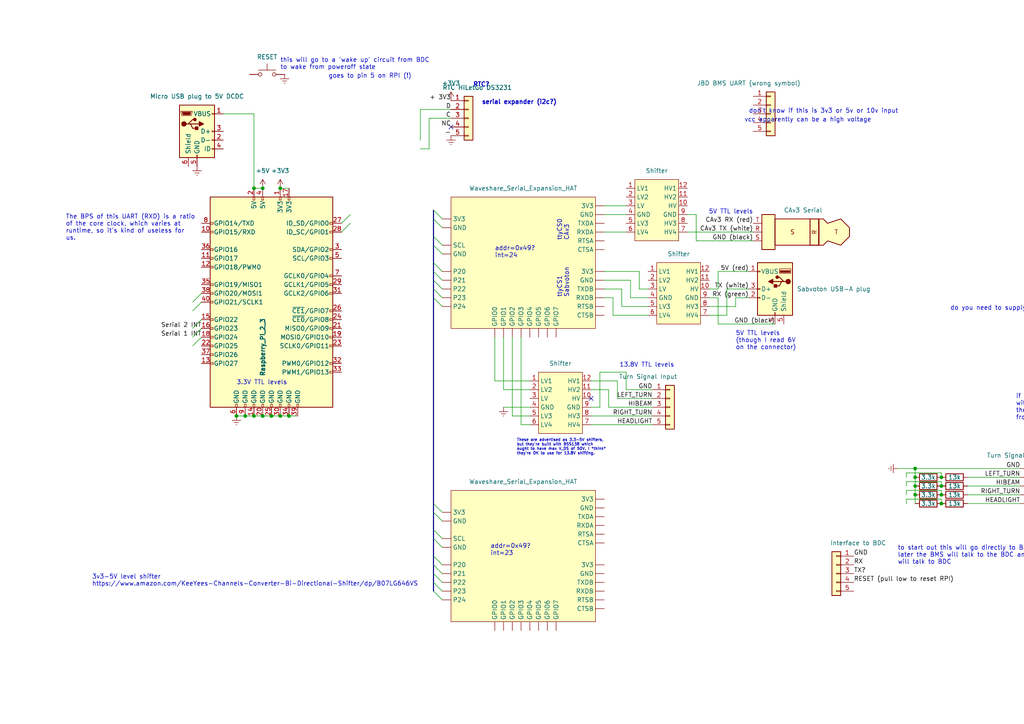
<source format=kicad_sch>
(kicad_sch (version 20211123) (generator eeschema)
  (paper "A4")
  (lib_symbols
    (symbol "Connector:AudioPlug3"
      (property "Reference" "J" (at 1.27 6.35 0))
      (property "Value" "AudioPlug3" (at 1.27 -6.35 0))
      (symbol "AudioPlug3_0_0"
        (text "R" (at -2.54 0 900) (effects (font (size 1.27 1.27))))
      )
      (symbol "AudioPlug3_0_1"
        (rectangle (start -3.81 3.81) (end -1.27 -3.81) (stroke (width 0.254)))
        (rectangle (start -1.27 -1.27) (end -1.27 -1.27))
      )
      (symbol "AudioPlug3_1_0"
        (text "S" (at 3.81 0 0) (effects (font (size 1.27 1.27))))
        (text "T" (at -8.89 0 0) (effects (font (size 1.27 1.27))))
      )
      (symbol "AudioPlug3_1_1"
        (rectangle (start -3.81 3.81) (end 8.89 -3.81) (stroke (width 0.254)) (fill (type background)))
        (polyline (pts (xy -3.81 3.81) (xy -5.08 3.81) (xy -6.35 2.54) (xy -10.16 3.81) (xy -12.7 1.27) (xy -12.7 -1.27) (xy -10.16 -3.81) (xy -6.35 -2.54) (xy -5.08 -3.81) (xy -3.81 -3.81) (xy -3.81 3.81)) (stroke (width 0.254)) (fill (type background)))
        (rectangle (start 12.7 5.08) (end 8.89 -5.08) (stroke (width 0.254)) (fill (type background)))
        (pin passive line (at 15.24 0 180) (length 2.54) (name "~") (number "R"))
        (pin passive line (at 15.24 2.54 180) (length 2.54) (name "~") (number "S"))
        (pin passive line (at 15.24 -2.54 180) (length 2.54) (name "~") (number "T"))
      )
    )
    (symbol "Connector:Raspberry_Pi_2_3" (pin_names (offset 1.016))
      (property "Reference" "J" (at -17.78 31.75 0))
      (property "Value" "Raspberry_Pi_2_3" (at 10.16 -31.75 0))
      (symbol "Raspberry_Pi_2_3_0_1"
        (rectangle (start -17.78 30.48) (end 17.78 -30.48) (stroke (width 0.254)) (fill (type background)))
      )
      (symbol "Raspberry_Pi_2_3_1_1"
        (rectangle (start -16.891 -17.526) (end -17.78 -18.034))
        (rectangle (start -16.891 -14.986) (end -17.78 -15.494))
        (rectangle (start -16.891 -12.446) (end -17.78 -12.954))
        (rectangle (start -16.891 -9.906) (end -17.78 -10.414))
        (rectangle (start -16.891 -7.366) (end -17.78 -7.874))
        (rectangle (start -16.891 -4.826) (end -17.78 -5.334))
        (rectangle (start -16.891 0.254) (end -17.78 -0.254))
        (rectangle (start -16.891 2.794) (end -17.78 2.286))
        (rectangle (start -16.891 5.334) (end -17.78 4.826))
        (rectangle (start -16.891 10.414) (end -17.78 9.906))
        (rectangle (start -16.891 12.954) (end -17.78 12.446))
        (rectangle (start -16.891 15.494) (end -17.78 14.986))
        (rectangle (start -16.891 20.574) (end -17.78 20.066))
        (rectangle (start -16.891 23.114) (end -17.78 22.606))
        (rectangle (start -10.414 -29.591) (end -9.906 -30.48))
        (rectangle (start -7.874 -29.591) (end -7.366 -30.48))
        (rectangle (start -5.334 -29.591) (end -4.826 -30.48))
        (rectangle (start -5.334 30.48) (end -4.826 29.591))
        (rectangle (start -2.794 -29.591) (end -2.286 -30.48))
        (rectangle (start -2.794 30.48) (end -2.286 29.591))
        (rectangle (start -0.254 -29.591) (end 0.254 -30.48))
        (rectangle (start 2.286 -29.591) (end 2.794 -30.48))
        (rectangle (start 2.286 30.48) (end 2.794 29.591))
        (rectangle (start 4.826 -29.591) (end 5.334 -30.48))
        (rectangle (start 4.826 30.48) (end 5.334 29.591))
        (rectangle (start 7.366 -29.591) (end 7.874 -30.48))
        (rectangle (start 17.78 -20.066) (end 16.891 -20.574))
        (rectangle (start 17.78 -17.526) (end 16.891 -18.034))
        (rectangle (start 17.78 -12.446) (end 16.891 -12.954))
        (rectangle (start 17.78 -9.906) (end 16.891 -10.414))
        (rectangle (start 17.78 -7.366) (end 16.891 -7.874))
        (rectangle (start 17.78 -4.826) (end 16.891 -5.334))
        (rectangle (start 17.78 -2.286) (end 16.891 -2.794))
        (rectangle (start 17.78 2.794) (end 16.891 2.286))
        (rectangle (start 17.78 5.334) (end 16.891 4.826))
        (rectangle (start 17.78 7.874) (end 16.891 7.366))
        (rectangle (start 17.78 12.954) (end 16.891 12.446))
        (rectangle (start 17.78 15.494) (end 16.891 14.986))
        (rectangle (start 17.78 20.574) (end 16.891 20.066))
        (rectangle (start 17.78 23.114) (end 16.891 22.606))
        (pin power_in line (at 2.54 33.02 270) (length 2.54) (name "3V3") (number "1"))
        (pin bidirectional line (at -20.32 20.32 0) (length 2.54) (name "GPIO15/RXD") (number "10"))
        (pin bidirectional line (at -20.32 12.7 0) (length 2.54) (name "GPIO17") (number "11"))
        (pin bidirectional line (at -20.32 10.16 0) (length 2.54) (name "GPIO18/PWM0") (number "12"))
        (pin bidirectional line (at -20.32 -17.78 0) (length 2.54) (name "GPIO27") (number "13"))
        (pin power_in line (at -5.08 -33.02 90) (length 2.54) (name "GND") (number "14"))
        (pin bidirectional line (at -20.32 -5.08 0) (length 2.54) (name "GPIO22") (number "15"))
        (pin bidirectional line (at -20.32 -7.62 0) (length 2.54) (name "GPIO23") (number "16"))
        (pin power_in line (at 5.08 33.02 270) (length 2.54) (name "3V3") (number "17"))
        (pin bidirectional line (at -20.32 -10.16 0) (length 2.54) (name "GPIO24") (number "18"))
        (pin bidirectional line (at 20.32 -10.16 180) (length 2.54) (name "MOSI0/GPIO10") (number "19"))
        (pin power_in line (at -5.08 33.02 270) (length 2.54) (name "5V") (number "2"))
        (pin power_in line (at -2.54 -33.02 90) (length 2.54) (name "GND") (number "20"))
        (pin bidirectional line (at 20.32 -7.62 180) (length 2.54) (name "MISO0/GPIO9") (number "21"))
        (pin bidirectional line (at -20.32 -12.7 0) (length 2.54) (name "GPIO25") (number "22"))
        (pin bidirectional line (at 20.32 -12.7 180) (length 2.54) (name "SCLK0/GPIO11") (number "23"))
        (pin bidirectional line (at 20.32 -5.08 180) (length 2.54) (name "~{CE0}/GPIO8") (number "24"))
        (pin power_in line (at 0 -33.02 90) (length 2.54) (name "GND") (number "25"))
        (pin bidirectional line (at 20.32 -2.54 180) (length 2.54) (name "~{CE1}/GPIO7") (number "26"))
        (pin bidirectional line (at 20.32 22.86 180) (length 2.54) (name "ID_SD/GPIO0") (number "27"))
        (pin bidirectional line (at 20.32 20.32 180) (length 2.54) (name "ID_SC/GPIO1") (number "28"))
        (pin bidirectional line (at 20.32 5.08 180) (length 2.54) (name "GCLK1/GPIO5") (number "29"))
        (pin bidirectional line (at 20.32 15.24 180) (length 2.54) (name "SDA/GPIO2") (number "3"))
        (pin power_in line (at 2.54 -33.02 90) (length 2.54) (name "GND") (number "30"))
        (pin bidirectional line (at 20.32 2.54 180) (length 2.54) (name "GCLK2/GPIO6") (number "31"))
        (pin bidirectional line (at 20.32 -17.78 180) (length 2.54) (name "PWM0/GPIO12") (number "32"))
        (pin bidirectional line (at 20.32 -20.32 180) (length 2.54) (name "PWM1/GPIO13") (number "33"))
        (pin power_in line (at 5.08 -33.02 90) (length 2.54) (name "GND") (number "34"))
        (pin bidirectional line (at -20.32 5.08 0) (length 2.54) (name "GPIO19/MISO1") (number "35"))
        (pin bidirectional line (at -20.32 15.24 0) (length 2.54) (name "GPIO16") (number "36"))
        (pin bidirectional line (at -20.32 -15.24 0) (length 2.54) (name "GPIO26") (number "37"))
        (pin bidirectional line (at -20.32 2.54 0) (length 2.54) (name "GPIO20/MOSI1") (number "38"))
        (pin power_in line (at 7.62 -33.02 90) (length 2.54) (name "GND") (number "39"))
        (pin power_in line (at -2.54 33.02 270) (length 2.54) (name "5V") (number "4"))
        (pin bidirectional line (at -20.32 0 0) (length 2.54) (name "GPIO21/SCLK1") (number "40"))
        (pin bidirectional line (at 20.32 12.7 180) (length 2.54) (name "SCL/GPIO3") (number "5"))
        (pin power_in line (at -10.16 -33.02 90) (length 2.54) (name "GND") (number "6"))
        (pin bidirectional line (at 20.32 7.62 180) (length 2.54) (name "GCLK0/GPIO4") (number "7"))
        (pin bidirectional line (at -20.32 22.86 0) (length 2.54) (name "GPIO14/TXD") (number "8"))
        (pin power_in line (at -7.62 -33.02 90) (length 2.54) (name "GND") (number "9"))
      )
    )
    (symbol "Connector:USB_A" (pin_names (offset 1.016))
      (property "Reference" "J" (at -5.08 11.43 0))
      (property "Value" "USB_A" (at -5.08 8.89 0))
      (symbol "USB_A_0_1"
        (rectangle (start -5.08 -7.62) (end 5.08 7.62) (stroke (width 0.254)) (fill (type background)))
        (circle (center -3.81 2.159) (radius 0.635) (stroke (width 0.254)) (fill (type outline)))
        (rectangle (start -1.524 4.826) (end -4.318 5.334) (fill (type outline)))
        (rectangle (start -1.27 4.572) (end -4.572 5.842))
        (circle (center -0.635 3.429) (radius 0.381) (stroke (width 0.254)) (fill (type outline)))
        (rectangle (start -0.127 -7.62) (end 0.127 -6.858))
        (polyline (pts (xy -3.175 2.159) (xy -2.54 2.159) (xy -1.27 3.429) (xy -0.635 3.429)) (stroke (width 0.254)))
        (polyline (pts (xy -2.54 2.159) (xy -1.905 2.159) (xy -1.27 0.889) (xy 0 0.889)) (stroke (width 0.254)))
        (polyline (pts (xy 0.635 2.794) (xy 0.635 1.524) (xy 1.905 2.159) (xy 0.635 2.794)) (stroke (width 0.254)) (fill (type outline)))
        (rectangle (start 0.254 1.27) (end -0.508 0.508) (stroke (width 0.254)) (fill (type outline)))
        (rectangle (start 5.08 -2.667) (end 4.318 -2.413))
        (rectangle (start 5.08 -0.127) (end 4.318 0.127))
        (rectangle (start 5.08 4.953) (end 4.318 5.207))
      )
      (symbol "USB_A_1_1"
        (polyline (pts (xy -1.905 2.159) (xy 0.635 2.159)) (stroke (width 0.254)))
        (pin power_in line (at 7.62 5.08 180) (length 2.54) (name "VBUS") (number "1"))
        (pin bidirectional line (at 7.62 -2.54 180) (length 2.54) (name "D-") (number "2"))
        (pin bidirectional line (at 7.62 0 180) (length 2.54) (name "D+") (number "3"))
        (pin power_in line (at 0 -10.16 90) (length 2.54) (name "GND") (number "4"))
        (pin passive line (at -2.54 -10.16 90) (length 2.54) (name "Shield") (number "5"))
      )
    )
    (symbol "Connector:USB_B_Micro" (pin_names (offset 1.016))
      (property "Reference" "J" (at -5.08 11.43 0))
      (property "Value" "USB_B_Micro" (at -5.08 8.89 0))
      (symbol "USB_B_Micro_0_1"
        (rectangle (start -5.08 -7.62) (end 5.08 7.62) (stroke (width 0.254)) (fill (type background)))
        (circle (center -3.81 2.159) (radius 0.635) (stroke (width 0.254)) (fill (type outline)))
        (circle (center -0.635 3.429) (radius 0.381) (stroke (width 0.254)) (fill (type outline)))
        (rectangle (start -0.127 -7.62) (end 0.127 -6.858))
        (polyline (pts (xy -1.905 2.159) (xy 0.635 2.159)) (stroke (width 0.254)))
        (polyline (pts (xy -3.175 2.159) (xy -2.54 2.159) (xy -1.27 3.429) (xy -0.635 3.429)) (stroke (width 0.254)))
        (polyline (pts (xy -2.54 2.159) (xy -1.905 2.159) (xy -1.27 0.889) (xy 0 0.889)) (stroke (width 0.254)))
        (polyline (pts (xy 0.635 2.794) (xy 0.635 1.524) (xy 1.905 2.159) (xy 0.635 2.794)) (stroke (width 0.254)) (fill (type outline)))
        (polyline (pts (xy -4.318 5.588) (xy -1.778 5.588) (xy -2.032 4.826) (xy -4.064 4.826) (xy -4.318 5.588)) (fill (type outline)))
        (polyline (pts (xy -4.699 5.842) (xy -4.699 5.588) (xy -4.445 4.826) (xy -4.445 4.572) (xy -1.651 4.572) (xy -1.651 4.826) (xy -1.397 5.588) (xy -1.397 5.842) (xy -4.699 5.842)))
        (rectangle (start 0.254 1.27) (end -0.508 0.508) (stroke (width 0.254)) (fill (type outline)))
        (rectangle (start 5.08 -5.207) (end 4.318 -4.953))
        (rectangle (start 5.08 -2.667) (end 4.318 -2.413))
        (rectangle (start 5.08 -0.127) (end 4.318 0.127))
        (rectangle (start 5.08 4.953) (end 4.318 5.207))
      )
      (symbol "USB_B_Micro_1_1"
        (pin power_out line (at 7.62 5.08 180) (length 2.54) (name "VBUS") (number "1"))
        (pin bidirectional line (at 7.62 -2.54 180) (length 2.54) (name "D-") (number "2"))
        (pin bidirectional line (at 7.62 0 180) (length 2.54) (name "D+") (number "3"))
        (pin passive line (at 7.62 -5.08 180) (length 2.54) (name "ID") (number "4"))
        (pin power_out line (at 0 -10.16 90) (length 2.54) (name "GND") (number "5"))
        (pin passive line (at -2.54 -10.16 90) (length 2.54) (name "Shield") (number "6"))
      )
    )
    (symbol "Connector_Generic:Conn_01x03" (pin_names (offset 1.016) hide)
      (property "Reference" "J" (at 0 5.08 0))
      (property "Value" "Conn_01x03" (at 0 -5.08 0))
      (symbol "Conn_01x03_1_1"
        (rectangle (start -1.27 -2.413) (end 0 -2.667) (stroke (width 0.1524)))
        (rectangle (start -1.27 0.127) (end 0 -0.127) (stroke (width 0.1524)))
        (rectangle (start -1.27 2.667) (end 0 2.413) (stroke (width 0.1524)))
        (rectangle (start -1.27 3.81) (end 1.27 -3.81) (stroke (width 0.254)) (fill (type background)))
        (pin passive line (at -5.08 2.54 0) (length 3.81) (name "Pin_1") (number "1"))
        (pin passive line (at -5.08 0 0) (length 3.81) (name "Pin_2") (number "2"))
        (pin passive line (at -5.08 -2.54 0) (length 3.81) (name "Pin_3") (number "3"))
      )
    )
    (symbol "Connector_Generic:Conn_01x05" (pin_names (offset 1.016) hide)
      (property "Reference" "J" (at 0 7.62 0))
      (property "Value" "Conn_01x05" (at 0 -7.62 0))
      (symbol "Conn_01x05_1_1"
        (rectangle (start -1.27 -4.953) (end 0 -5.207) (stroke (width 0.1524)))
        (rectangle (start -1.27 -2.413) (end 0 -2.667) (stroke (width 0.1524)))
        (rectangle (start -1.27 0.127) (end 0 -0.127) (stroke (width 0.1524)))
        (rectangle (start -1.27 2.667) (end 0 2.413) (stroke (width 0.1524)))
        (rectangle (start -1.27 5.207) (end 0 4.953) (stroke (width 0.1524)))
        (rectangle (start -1.27 6.35) (end 1.27 -6.35) (stroke (width 0.254)) (fill (type background)))
        (pin passive line (at -5.08 5.08 0) (length 3.81) (name "Pin_1") (number "1"))
        (pin passive line (at -5.08 2.54 0) (length 3.81) (name "Pin_2") (number "2"))
        (pin passive line (at -5.08 0 0) (length 3.81) (name "Pin_3") (number "3"))
        (pin passive line (at -5.08 -2.54 0) (length 3.81) (name "Pin_4") (number "4"))
        (pin passive line (at -5.08 -5.08 0) (length 3.81) (name "Pin_5") (number "5"))
      )
    )
    (symbol "Device:R" (pin_numbers hide) (pin_names (offset 0))
      (property "Reference" "R" (at 2.032 0 90))
      (property "Value" "R" (at 0 0 90))
      (symbol "R_0_1"
        (rectangle (start -1.016 -2.54) (end 1.016 2.54) (stroke (width 0.254)))
      )
      (symbol "R_1_1"
        (pin passive line (at 0 3.81 270) (length 1.27) (name "~") (number "1"))
        (pin passive line (at 0 -3.81 90) (length 1.27) (name "~") (number "2"))
      )
    )
    (symbol "Device:Speaker" (pin_names (offset 0) hide)
      (property "Reference" "LS" (at 1.27 5.715 0))
      (property "Value" "Speaker" (at 1.27 3.81 0))
      (symbol "Speaker_0_0"
        (rectangle (start -2.54 1.27) (end 1.016 -3.81) (stroke (width 0.254)))
        (polyline (pts (xy 1.016 1.27) (xy 3.556 3.81) (xy 3.556 -6.35) (xy 1.016 -3.81)) (stroke (width 0.254)))
      )
      (symbol "Speaker_1_1"
        (pin input line (at -5.08 0 0) (length 2.54) (name "1") (number "1"))
        (pin input line (at -5.08 -2.54 0) (length 2.54) (name "2") (number "2"))
      )
    )
    (symbol "Switch:SW_Push" (pin_numbers hide) (pin_names (offset 1.016) hide)
      (property "Reference" "SW" (at 1.27 2.54 0))
      (property "Value" "SW_Push" (at 0 -1.524 0))
      (symbol "SW_Push_0_1"
        (circle (center -2.032 0) (radius 0.508))
        (polyline (pts (xy 0 1.27) (xy 0 3.048)))
        (polyline (pts (xy 2.54 1.27) (xy -2.54 1.27)))
        (circle (center 2.032 0) (radius 0.508))
        (pin passive line (at -5.08 0 0) (length 2.54) (name "1") (number "1"))
        (pin passive line (at 5.08 0 180) (length 2.54) (name "2") (number "2"))
      )
    )
    (symbol "enduro-libs:Shifter"
      (property "Reference" "U" (at 0 10.16 0))
      (property "Value" "Shifter" (at 0 12.7 0))
      (symbol "Shifter_0_1"
        (rectangle (start -6.35 8.89) (end 6.35 -8.89) (fill (type background)))
      )
      (symbol "Shifter_1_1"
        (pin bidirectional line (at -8.89 6.35 0) (length 2.54) (name "LV1") (number "1"))
        (pin power_in line (at 8.89 1.27 180) (length 2.54) (name "HV") (number "10"))
        (pin bidirectional line (at 8.89 3.81 180) (length 2.54) (name "HV2") (number "11"))
        (pin bidirectional line (at 8.89 6.35 180) (length 2.54) (name "HV1") (number "12"))
        (pin bidirectional line (at -8.89 3.81 0) (length 2.54) (name "LV2") (number "2"))
        (pin power_in line (at -8.89 1.27 0) (length 2.54) (name "LV") (number "3"))
        (pin power_in line (at -8.89 -1.27 0) (length 2.54) (name "GND") (number "4"))
        (pin bidirectional line (at -8.89 -3.81 0) (length 2.54) (name "LV3") (number "5"))
        (pin bidirectional line (at -8.89 -6.35 0) (length 2.54) (name "LV4") (number "6"))
        (pin bidirectional line (at 8.89 -6.35 180) (length 2.54) (name "HV4") (number "7"))
        (pin bidirectional line (at 8.89 -3.81 180) (length 2.54) (name "HV3") (number "8"))
        (pin power_in line (at 8.89 -1.27 180) (length 2.54) (name "GND") (number "9"))
      )
    )
    (symbol "enduro-libs:Waveshare_Serial_Expansion_HAT"
      (property "Reference" "U" (at 0 24.13 0))
      (property "Value" "Waveshare_Serial_Expansion_HAT" (at 0 21.59 0))
      (symbol "Waveshare_Serial_Expansion_HAT_0_1"
        (rectangle (start -21.59 17.78) (end 20.32 -20.32) (fill (type background)))
      )
      (symbol "Waveshare_Serial_Expansion_HAT_1_1"
        (pin bidirectional line (at -24.13 11.43 0) (length 2.54) (name "3V3") (number ""))
        (pin power_out line (at 22.86 -3.81 180) (length 2.54) (name "3V3") (number ""))
        (pin power_out line (at 22.86 15.24 180) (length 2.54) (name "3V3") (number ""))
        (pin bidirectional line (at 22.86 2.54 180) (length 2.54) (name "CTSA") (number ""))
        (pin bidirectional line (at 22.86 -16.51 180) (length 2.54) (name "CTSB") (number ""))
        (pin bidirectional line (at -24.13 1.27 0) (length 2.54) (name "GND") (number ""))
        (pin bidirectional line (at -24.13 8.89 0) (length 2.54) (name "GND") (number ""))
        (pin power_in line (at 22.86 -6.35 180) (length 2.54) (name "GND") (number ""))
        (pin power_in line (at 22.86 12.7 180) (length 2.54) (name "GND") (number ""))
        (pin bidirectional line (at -8.89 -22.86 90) (length 2.54) (name "GPIO0") (number ""))
        (pin bidirectional line (at -6.35 -22.86 90) (length 2.54) (name "GPIO1") (number ""))
        (pin bidirectional line (at -3.81 -22.86 90) (length 2.54) (name "GPIO2") (number ""))
        (pin bidirectional line (at -1.27 -22.86 90) (length 2.54) (name "GPIO3") (number ""))
        (pin bidirectional line (at 1.27 -22.86 90) (length 2.54) (name "GPIO4") (number ""))
        (pin bidirectional line (at 3.81 -22.86 90) (length 2.54) (name "GPIO5") (number ""))
        (pin bidirectional line (at 6.35 -22.86 90) (length 2.54) (name "GPIO6") (number ""))
        (pin bidirectional line (at 8.89 -22.86 90) (length 2.54) (name "GPIO7") (number ""))
        (pin bidirectional line (at -24.13 -3.81 0) (length 2.54) (name "P20") (number ""))
        (pin bidirectional line (at -24.13 -6.35 0) (length 2.54) (name "P21") (number ""))
        (pin bidirectional line (at -24.13 -8.89 0) (length 2.54) (name "P22") (number ""))
        (pin bidirectional line (at -24.13 -11.43 0) (length 2.54) (name "P23") (number ""))
        (pin bidirectional line (at -24.13 -13.97 0) (length 2.54) (name "P24") (number ""))
        (pin bidirectional line (at 22.86 5.08 180) (length 2.54) (name "RTSA") (number ""))
        (pin bidirectional line (at 22.86 -13.97 180) (length 2.54) (name "RTSB") (number ""))
        (pin input line (at 22.86 7.62 180) (length 2.54) (name "RXDA") (number ""))
        (pin input line (at 22.86 -11.43 180) (length 2.54) (name "RXDB") (number ""))
        (pin bidirectional line (at -24.13 3.81 0) (length 2.54) (name "SCL") (number ""))
        (pin output line (at 22.86 10.16 180) (length 2.54) (name "TXDA") (number ""))
        (pin output line (at 22.86 -8.89 180) (length 2.54) (name "TXDB") (number ""))
      )
    )
    (symbol "power:+3V3" (power) (pin_names (offset 0))
      (property "Value" "+3V3" (at 0 3.556 0))
      (symbol "+3V3_0_1"
        (polyline (pts (xy -0.762 1.27) (xy 0 2.54)))
        (polyline (pts (xy 0 0) (xy 0 2.54)))
        (polyline (pts (xy 0 2.54) (xy 0.762 1.27)))
      )
      (symbol "+3V3_1_1"
        (pin power_in line (at 0 0 90) (length 0) hide (name "+3V3") (number "1"))
      )
    )
    (symbol "power:+5V" (power) (pin_names (offset 0))
      (property "Value" "+5V" (at 0 3.556 0))
      (symbol "+5V_0_1"
        (polyline (pts (xy -0.762 1.27) (xy 0 2.54)))
        (polyline (pts (xy 0 0) (xy 0 2.54)))
        (polyline (pts (xy 0 2.54) (xy 0.762 1.27)))
      )
      (symbol "+5V_1_1"
        (pin power_in line (at 0 0 90) (length 0) hide (name "+5V") (number "1"))
      )
    )
    (symbol "power:GNDREF" (power) (pin_names (offset 0))
      (property "Value" "GNDREF" (at 0 -3.81 0))
      (symbol "GNDREF_0_1"
        (polyline (pts (xy -0.635 -1.905) (xy 0.635 -1.905)))
        (polyline (pts (xy -0.127 -2.54) (xy 0.127 -2.54)))
        (polyline (pts (xy 0 -1.27) (xy 0 0)))
        (polyline (pts (xy 1.27 -1.27) (xy -1.27 -1.27)))
      )
      (symbol "GNDREF_1_1"
        (pin power_in line (at 0 0 270) (length 0) hide (name "GNDREF") (number "1"))
      )
    )
  )
  (junction (at 265.43 138.43))
  (junction (at 68.58 120.65))
  (junction (at 322.58 177.8))
  (junction (at 76.2 120.65))
  (junction (at 273.05 143.51))
  (junction (at 73.66 120.65))
  (junction (at 265.43 143.51))
  (junction (at 71.12 120.65))
  (junction (at 322.58 179.07))
  (junction (at 273.05 138.43))
  (junction (at 322.58 180.34))
  (junction (at 265.43 135.89))
  (junction (at 73.66 54.61))
  (junction (at 273.05 140.97))
  (junction (at 81.28 120.65))
  (junction (at 83.82 120.65))
  (junction (at 265.43 140.97))
  (junction (at 273.05 146.05))
  (junction (at 78.74 120.65))
  (junction (at 81.28 54.61))
  (junction (at 76.2 54.61))
  (no_connect (at 171.45 115.57))
  (no_connect (at 130.81 36.83))
  (bus_entry (at 125.73 161.29) (size 2.54 2.54))
  (bus_entry (at 125.73 68.58) (size 2.54 2.54))
  (bus_entry (at 125.73 146.05) (size 2.54 2.54))
  (bus_entry (at 125.73 168.91) (size 2.54 2.54))
  (bus_entry (at 125.73 63.5) (size 2.54 2.54))
  (bus_entry (at 125.73 148.59) (size 2.54 2.54))
  (bus_entry (at 101.6 64.77) (size -2.54 2.54))
  (bus_entry (at 125.73 163.83) (size 2.54 2.54))
  (bus_entry (at 125.73 60.96) (size 2.54 2.54))
  (bus_entry (at 101.6 62.23) (size -2.54 2.54))
  (bus_entry (at 125.73 156.21) (size 2.54 2.54))
  (bus_entry (at 125.73 86.36) (size 2.54 2.54))
  (bus_entry (at 125.73 83.82) (size 2.54 2.54))
  (bus_entry (at 58.42 95.25) (size -2.54 2.54))
  (bus_entry (at 58.42 97.79) (size -2.54 2.54))
  (bus_entry (at 58.42 92.71) (size -2.54 2.54))
  (bus_entry (at 58.42 87.63) (size -2.54 2.54))
  (bus_entry (at 58.42 85.09) (size -2.54 2.54))
  (bus_entry (at 125.73 171.45) (size 2.54 2.54))
  (bus_entry (at 125.73 81.28) (size 2.54 2.54))
  (bus_entry (at 125.73 153.67) (size 2.54 2.54))
  (bus_entry (at 125.73 166.37) (size 2.54 2.54))
  (bus_entry (at 125.73 76.2) (size 2.54 2.54))
  (bus_entry (at 125.73 78.74) (size 2.54 2.54))
  (bus_entry (at 125.73 71.12) (size 2.54 2.54))
  (wire (pts (xy 151.13 123.19) (xy 153.67 123.19)))
  (wire (pts (xy 148.59 97.79) (xy 148.59 120.65)))
  (wire (pts (xy 175.26 59.69) (xy 181.61 59.69)))
  (bus (pts (xy 125.73 83.82) (xy 125.73 86.36)))
  (wire (pts (xy 179.07 110.49) (xy 179.07 115.57)))
  (wire (pts (xy 217.17 86.36) (xy 213.36 86.36)))
  (wire (pts (xy 273.05 137.16) (xy 262.89 137.16)))
  (wire (pts (xy 83.82 120.65) (xy 86.36 120.65)))
  (bus (pts (xy 125.73 68.58) (xy 125.73 71.12)))
  (wire (pts (xy 171.45 110.49) (xy 179.07 110.49)))
  (wire (pts (xy 189.23 118.11) (xy 176.53 118.11)))
  (wire (pts (xy 224.79 93.98) (xy 208.28 93.98)))
  (bus (pts (xy 125.73 63.5) (xy 125.73 68.58)))
  (wire (pts (xy 182.88 86.36) (xy 182.88 81.28)))
  (bus (pts (xy 125.73 86.36) (xy 125.73 146.05)))
  (wire (pts (xy 218.44 69.85) (xy 201.93 69.85)))
  (wire (pts (xy 295.91 138.43) (xy 280.67 138.43)))
  (wire (pts (xy 205.74 83.82) (xy 208.28 83.82)))
  (bus (pts (xy 125.73 60.96) (xy 125.73 63.5)))
  (wire (pts (xy 171.45 120.65) (xy 189.23 120.65)))
  (wire (pts (xy 322.58 179.07) (xy 322.58 180.34)))
  (wire (pts (xy 121.92 31.75) (xy 130.81 31.75)))
  (wire (pts (xy 175.26 78.74) (xy 185.42 78.74)))
  (wire (pts (xy 180.34 83.82) (xy 180.34 88.9)))
  (wire (pts (xy 265.43 140.97) (xy 265.43 143.51)))
  (wire (pts (xy 148.59 120.65) (xy 153.67 120.65)))
  (bus (pts (xy 125.73 146.05) (xy 125.73 148.59)))
  (wire (pts (xy 171.45 123.19) (xy 189.23 123.19)))
  (bus (pts (xy 125.73 148.59) (xy 125.73 153.67)))
  (wire (pts (xy 78.74 120.65) (xy 81.28 120.65)))
  (bus (pts (xy 125.73 163.83) (xy 125.73 166.37)))
  (wire (pts (xy 201.93 62.23) (xy 199.39 62.23)))
  (wire (pts (xy 208.28 78.74) (xy 217.17 78.74)))
  (wire (pts (xy 295.91 140.97) (xy 280.67 140.97)))
  (wire (pts (xy 295.91 146.05) (xy 280.67 146.05)))
  (wire (pts (xy 322.58 180.34) (xy 322.58 181.61)))
  (wire (pts (xy 175.26 62.23) (xy 181.61 62.23)))
  (wire (pts (xy 208.28 83.82) (xy 208.28 78.74)))
  (wire (pts (xy 210.82 91.44) (xy 210.82 83.82)))
  (wire (pts (xy 173.99 107.95) (xy 173.99 118.11)))
  (wire (pts (xy 199.39 67.31) (xy 218.44 67.31)))
  (wire (pts (xy 189.23 115.57) (xy 179.07 115.57)))
  (wire (pts (xy 273.05 146.05) (xy 273.05 144.78)))
  (wire (pts (xy 322.58 177.8) (xy 322.58 179.07)))
  (bus (pts (xy 125.73 76.2) (xy 125.73 78.74)))
  (polyline (pts (xy 327.66 170.18) (xy 327.66 186.69)))
  (wire (pts (xy 177.8 86.36) (xy 177.8 91.44)))
  (wire (pts (xy 265.43 138.43) (xy 265.43 140.97)))
  (wire (pts (xy 71.12 120.65) (xy 73.66 120.65)))
  (wire (pts (xy 336.55 179.07) (xy 347.98 179.07)))
  (wire (pts (xy 273.05 143.51) (xy 273.05 142.24)))
  (polyline (pts (xy 327.66 186.69) (xy 304.8 186.69)))
  (wire (pts (xy 187.96 86.36) (xy 182.88 86.36)))
  (wire (pts (xy 265.43 143.51) (xy 265.43 146.05)))
  (wire (pts (xy 81.28 54.61) (xy 83.82 54.61)))
  (wire (pts (xy 175.26 81.28) (xy 182.88 81.28)))
  (wire (pts (xy 175.26 83.82) (xy 180.34 83.82)))
  (wire (pts (xy 175.26 67.31) (xy 181.61 67.31)))
  (wire (pts (xy 68.58 120.65) (xy 71.12 120.65)))
  (wire (pts (xy 273.05 138.43) (xy 273.05 137.16)))
  (wire (pts (xy 208.28 86.36) (xy 205.74 86.36)))
  (wire (pts (xy 322.58 176.53) (xy 322.58 177.8)))
  (wire (pts (xy 143.51 97.79) (xy 143.51 110.49)))
  (wire (pts (xy 181.61 107.95) (xy 173.99 107.95)))
  (polyline (pts (xy 304.8 170.18) (xy 327.66 170.18)))
  (wire (pts (xy 73.66 54.61) (xy 76.2 54.61)))
  (wire (pts (xy 262.89 137.16) (xy 262.89 138.43)))
  (wire (pts (xy 208.28 93.98) (xy 208.28 86.36)))
  (wire (pts (xy 262.89 139.7) (xy 262.89 140.97)))
  (wire (pts (xy 81.28 120.65) (xy 83.82 120.65)))
  (wire (pts (xy 180.34 88.9) (xy 187.96 88.9)))
  (wire (pts (xy 185.42 83.82) (xy 185.42 78.74)))
  (wire (pts (xy 181.61 113.03) (xy 181.61 107.95)))
  (bus (pts (xy 125.73 161.29) (xy 125.73 163.83)))
  (wire (pts (xy 171.45 113.03) (xy 176.53 113.03)))
  (wire (pts (xy 76.2 120.65) (xy 78.74 120.65)))
  (wire (pts (xy 143.51 110.49) (xy 153.67 110.49)))
  (wire (pts (xy 73.66 120.65) (xy 76.2 120.65)))
  (wire (pts (xy 146.05 97.79) (xy 146.05 113.03)))
  (bus (pts (xy 125.73 78.74) (xy 125.73 81.28)))
  (wire (pts (xy 146.05 118.11) (xy 153.67 118.11)))
  (wire (pts (xy 124.46 43.18) (xy 124.46 34.29)))
  (wire (pts (xy 64.77 33.02) (xy 73.66 33.02)))
  (wire (pts (xy 262.89 144.78) (xy 262.89 146.05)))
  (wire (pts (xy 175.26 86.36) (xy 177.8 86.36)))
  (wire (pts (xy 151.13 97.79) (xy 151.13 123.19)))
  (wire (pts (xy 124.46 34.29) (xy 130.81 34.29)))
  (wire (pts (xy 121.92 40.64) (xy 121.92 31.75)))
  (bus (pts (xy 125.73 168.91) (xy 125.73 171.45)))
  (wire (pts (xy 295.91 135.89) (xy 265.43 135.89)))
  (wire (pts (xy 273.05 142.24) (xy 262.89 142.24)))
  (bus (pts (xy 125.73 153.67) (xy 125.73 156.21)))
  (wire (pts (xy 262.89 142.24) (xy 262.89 143.51)))
  (wire (pts (xy 146.05 113.03) (xy 153.67 113.03)))
  (bus (pts (xy 125.73 156.21) (xy 125.73 161.29)))
  (wire (pts (xy 265.43 135.89) (xy 265.43 138.43)))
  (wire (pts (xy 176.53 113.03) (xy 176.53 118.11)))
  (polyline (pts (xy 304.8 170.18) (xy 304.8 186.69)))
  (wire (pts (xy 273.05 144.78) (xy 262.89 144.78)))
  (wire (pts (xy 177.8 91.44) (xy 187.96 91.44)))
  (wire (pts (xy 205.74 91.44) (xy 210.82 91.44)))
  (wire (pts (xy 73.66 33.02) (xy 73.66 54.61)))
  (wire (pts (xy 121.92 43.18) (xy 124.46 43.18)))
  (wire (pts (xy 189.23 113.03) (xy 181.61 113.03)))
  (wire (pts (xy 201.93 69.85) (xy 201.93 62.23)))
  (bus (pts (xy 125.73 71.12) (xy 125.73 76.2)))
  (wire (pts (xy 273.05 139.7) (xy 262.89 139.7)))
  (wire (pts (xy 295.91 143.51) (xy 280.67 143.51)))
  (wire (pts (xy 265.43 135.89) (xy 260.35 135.89)))
  (wire (pts (xy 187.96 83.82) (xy 185.42 83.82)))
  (wire (pts (xy 210.82 83.82) (xy 217.17 83.82)))
  (wire (pts (xy 173.99 118.11) (xy 171.45 118.11)))
  (wire (pts (xy 273.05 140.97) (xy 273.05 139.7)))
  (wire (pts (xy 213.36 86.36) (xy 213.36 88.9)))
  (bus (pts (xy 125.73 166.37) (xy 125.73 168.91)))
  (bus (pts (xy 125.73 81.28) (xy 125.73 83.82)))
  (wire (pts (xy 213.36 88.9) (xy 205.74 88.9)))
  (text "to start out this will go directly to BMS\nlater the BMS will talk to the BDC and RPi\nwill talk to BDC" (at 260.35 163.83 0) (effects (font (size 1.27 1.27)) (justify left bottom)))
  (text "ttyCS1\nSabvoton" (at 165.1 86.36 90) (effects (font (size 1.27 1.27)) (justify left bottom)))
  (text "addr=0x49?\nint=24" (at 143.51 74.93 0) (effects (font (size 1.27 1.27)) (justify left bottom)))
  (text "5V TTL levels" (at 218.44 62.23 180) (effects (font (size 1.27 1.27)) (justify right bottom)))
  (text "RTC?" (at 137.16 25.4 0) (effects (font (size 1.27 1.27) (thickness 0.254) bold) (justify left bottom)))
  (text "vcc apparently can be a high voltage" (at 215.9 35.56 0) (effects (font (size 1.27 1.27)) (justify left bottom)))
  (text "3.3V TTL levels" (at 68.58 111.76 0) (effects (font (size 1.27 1.27)) (justify left bottom)))
  (text "this will go to a 'wake up' circuit from BDC\nto wake from poweroff state" (at 81.28 20.32 0) (effects (font (size 1.27 1.27)) (justify left bottom)))
  (text "3v3-5V level shifter\nhttps://www.amazon.com/KeeYees-Channels-Converter-Bi-Directional-Shifter/dp/B07LG646VS" (at 26.67 170.18 0) (effects (font (size 1.27 1.27)) (justify left bottom)))
  (text "ttyCS0\nCAv3" (at 165.1 69.85 90) (effects (font (size 1.27 1.27)) (justify left bottom)))
  (text "if you just put 0v/13.8v on the HV side\nwithout the HV supply, will that give\nthe result you want? will it backflow\nfrom LV to HV side?" (at 294.64 121.92 0) (effects (font (size 1.27 1.27)) (justify left bottom)))
  (text "These are advertised as 3.3-5V shifters,\nbut they're built with BSS138 which\nought to have max V_DS of 50V. I *think*\nthey're OK to use for 13.8V shifting." (at 149.86 132.08 0) (effects (font (size 0.8 0.8)) (justify left bottom)))
  (text "do you need to supply a voltage into here? 5v? 3.3V? what does the existing adapter do?" (at 275.59 90.17 0) (effects (font (size 1.27 1.27)) (justify left bottom)))
  (text "The BPS of this UART (RXD) is a ratio\nof the core clock, which varies at\nruntime, so it's kind of useless for\nus." (at 19.05 69.85 0) (effects (font (size 1.27 1.27)) (justify left bottom)))
  (text "13.8V TTL levels" (at 195.58 106.68 180) (effects (font (size 1.27 1.27)) (justify right bottom)))
  (text "serial expander (i2c?)" (at 139.7 30.48 0) (effects (font (size 1.27 1.27) (thickness 0.254) bold) (justify left bottom)))
  (text "addr=0x49?\nint=23" (at 142.24 161.29 0) (effects (font (size 1.27 1.27)) (justify left bottom)))
  (text "goes to pin 5 on RPI (!)" (at 95.25 22.86 0) (effects (font (size 1.27 1.27)) (justify left bottom)))
  (text "don't know if this is 3v3 or 5v or 10v input" (at 217.17 33.02 0) (effects (font (size 1.27 1.27)) (justify left bottom)))
  (text "5V TTL levels\n(though I read 6V\non the connector)" (at 213.36 101.6 0) (effects (font (size 1.27 1.27)) (justify left bottom)))
  (label "GND" (at 247.65 161.29 0))
  (label "SIG" (at 336.55 179.07 0))
  (label "LEFT_TURN" (at 295.91 138.43 180))
  (label "GND (black)" (at 224.79 93.98 180))
  (label "TX?" (at 247.65 166.37 0))
  (label "HEADLIGHT" (at 295.91 146.05 180))
  (label "RIGHT_TURN" (at 295.91 143.51 180))
  (label "GND" (at 295.91 135.89 180))
  (label "5V (red)" (at 217.17 78.74 180))
  (label "RX (green)" (at 217.17 86.36 180))
  (label "LEFT_TURN" (at 189.23 115.57 180))
  (label "CAv3 RX (red)" (at 218.44 64.77 180))
  (label "+ 3V3" (at 130.81 29.21 180))
  (label "D" (at 130.81 31.75 180))
  (label "RESET (pull low to reset RPI)" (at 247.65 168.91 0))
  (label "-" (at 130.81 39.37 180))
  (label "HEADLIGHT" (at 189.23 123.19 180))
  (label "NC" (at 130.81 36.83 180))
  (label "GND (black)" (at 218.44 69.85 180))
  (label "TX (white)" (at 217.17 83.82 180))
  (label "Serial 1 INT" (at 58.42 97.79 180))
  (label "HIBEAM" (at 295.91 140.97 180))
  (label "C" (at 130.81 34.29 180))
  (label "VCC" (at 336.55 176.53 0))
  (label "RIGHT_TURN" (at 189.23 120.65 180))
  (label "Serial 2 INT" (at 58.42 95.25 180))
  (label "CAv3 TX (white)" (at 218.44 67.31 180))
  (label "RX" (at 247.65 163.83 0))
  (label "GND" (at 336.55 181.61 0))
  (label "HIBEAM" (at 189.23 118.11 180))
  (label "GND" (at 189.23 113.03 180))
  (symbol (lib_id "Connector_Generic:Conn_01x05") (at 242.57 166.37 0) (mirror y) (unit 1)
    (property "Reference" "J?" (effects hide))
    (property "Value" "Interface to BDC" (at 248.92 157.48 0))
  )
  (symbol (lib_id "power:GNDREF") (at 68.58 120.65 0) (mirror y) (unit 1)
    (property "Reference" "#PWR?" (effects hide))
    (property "Value" "GNDREF" (effects hide))
  )
  (symbol (lib_id "Connector_Generic:Conn_01x05") (at 194.31 118.11 0) (unit 1)
    (property "Reference" "J?" (effects hide))
    (property "Value" "Turn Signal Input" (at 187.96 109.22 0))
  )
  (symbol (lib_id "Switch:SW_Push") (at 77.47 21.59 0) (unit 1)
    (property "Reference" "SW?" (effects hide))
    (property "Value" "RESET" (at 77.47 16.51 0))
  )
  (symbol (lib_id "power:GNDREF") (at 336.55 181.61 0) (unit 1)
    (property "Reference" "#PWR?" (effects hide))
    (property "Value" "GNDREF" (effects hide))
  )
  (symbol (lib_id "Connector:USB_B_Micro") (at 57.15 38.1 0) (unit 1)
    (property "Reference" "J?" (effects hide))
    (property "Value" "Micro USB plug to 5V DCDC" (at 57.15 27.94 0))
  )
  (symbol (lib_id "power:GNDREF") (at 130.81 39.37 0) (mirror y) (unit 1)
    (property "Reference" "#PWR?" (effects hide))
    (property "Value" "GNDREF" (effects hide))
  )
  (symbol (lib_id "Device:Speaker") (at 317.5 177.8 0) (mirror y) (unit 1)
    (property "Reference" "LS?" (effects hide))
    (property "Value" "Speaker" (effects hide))
  )
  (symbol (lib_id "Device:R") (at 276.86 140.97 270) (mirror x) (unit 1)
    (property "Reference" "R?" (effects hide))
    (property "Value" "13k" (at 276.86 140.97 90))
  )
  (symbol (lib_id "Device:R") (at 276.86 143.51 270) (mirror x) (unit 1)
    (property "Reference" "R?" (effects hide))
    (property "Value" "13k" (at 276.86 143.51 90))
  )
  (symbol (lib_id "Device:R") (at 269.24 140.97 270) (mirror x) (unit 1)
    (property "Reference" "R?" (effects hide))
    (property "Value" "3.3k" (at 269.24 140.97 90))
  )
  (symbol (lib_id "Connector_Generic:Conn_01x03") (at 327.66 179.07 0) (unit 1)
    (property "Reference" "J?" (effects hide))
    (property "Value" "Buzzer" (at 306.07 172.72 0) (effects (justify left)))
  )
  (symbol (lib_id "power:GNDREF") (at 57.15 48.26 0) (mirror y) (unit 1)
    (property "Reference" "#PWR?" (effects hide))
    (property "Value" "GNDREF" (effects hide))
  )
  (symbol (lib_id "power:+5V") (at 76.2 54.61 0) (unit 1)
    (property "Reference" "#PWR?" (effects hide))
    (property "Value" "+5V" (at 76.2 49.53 0))
  )
  (symbol (lib_id "enduro-libs:Shifter") (at 190.5 60.96 0) (unit 1)
    (property "Reference" "U?" (effects hide))
    (property "Value" "Shifter" (at 190.5 49.53 0))
  )
  (symbol (lib_id "Device:R") (at 269.24 143.51 270) (mirror x) (unit 1)
    (property "Reference" "R?" (effects hide))
    (property "Value" "3.3k" (at 269.24 143.51 90))
  )
  (symbol (lib_id "Device:R") (at 269.24 146.05 270) (mirror x) (unit 1)
    (property "Reference" "R?" (effects hide))
    (property "Value" "3.3k" (at 269.24 146.05 90))
  )
  (symbol (lib_id "Connector_Generic:Conn_01x05") (at 300.99 140.97 0) (unit 1)
    (property "Reference" "J?" (effects hide))
    (property "Value" "Turn Signal Input" (at 294.64 132.08 0))
  )
  (symbol (lib_id "power:+3V3") (at 81.28 54.61 0) (unit 1)
    (property "Reference" "#PWR?" (effects hide))
    (property "Value" "+3V3" (at 81.28 49.53 0))
  )
  (symbol (lib_id "Device:R") (at 269.24 138.43 270) (mirror x) (unit 1)
    (property "Reference" "R?" (effects hide))
    (property "Value" "3.3k" (at 269.24 138.43 90))
  )
  (symbol (lib_id "power:+3V3") (at 130.81 29.21 0) (unit 1)
    (property "Reference" "#PWR?" (effects hide))
    (property "Value" "+3V3" (at 130.81 24.13 0))
  )
  (symbol (lib_id "Connector:AudioPlug3") (at 233.68 67.31 180) (unit 1)
    (property "Reference" "J?" (effects hide))
    (property "Value" "CAv3 Serial" (at 227.33 60.96 0) (effects (justify right)))
  )
  (symbol (lib_id "power:GNDREF") (at 260.35 135.89 270) (unit 1)
    (property "Reference" "#PWR?" (effects hide))
    (property "Value" "GNDREF" (effects hide))
  )
  (symbol (lib_id "Device:R") (at 276.86 138.43 270) (mirror x) (unit 1)
    (property "Reference" "R?" (effects hide))
    (property "Value" "13k" (at 276.86 138.43 90))
  )
  (symbol (lib_id "power:GNDREF") (at 146.05 118.11 0) (unit 1)
    (property "Reference" "#PWR?" (effects hide))
    (property "Value" "GNDREF" (effects hide))
  )
  (symbol (lib_id "Connector:Raspberry_Pi_2_3") (at 78.74 87.63 0) (unit 1)
    (property "Reference" "J?" (effects hide))
    (property "Value" "Raspberry_Pi_2_3" (at 76.2 109.22 90) (effects (font bold) (justify left)))
    (property "Datasheet" "https://www.raspberrypi.org/documentation/hardware/raspberrypi/schematics/rpi_SCH_3bplus_1p0_reduced.pdf" (effects hide))
  )
  (symbol (lib_id "Connector_Generic:Conn_01x05") (at 223.52 33.02 0) (unit 1)
    (property "Reference" "J?" (effects hide))
    (property "Value" "JBD BMS UART (wrong symbol)" (at 217.17 24.13 0))
  )
  (symbol (lib_id "enduro-libs:Waveshare_Serial_Expansion_HAT") (at 152.4 74.93 0) (unit 1)
    (property "Reference" "U?" (effects hide))
    (property "Value" "Waveshare_Serial_Expansion_HAT" (at 151.765 54.61 0))
  )
  (symbol (lib_id "enduro-libs:Shifter") (at 162.56 116.84 0) (unit 1)
    (property "Reference" "U?" (effects hide))
    (property "Value" "Shifter" (at 162.56 105.41 0))
  )
  (symbol (lib_id "enduro-libs:Waveshare_Serial_Expansion_HAT") (at 152.4 160.02 0) (unit 1)
    (property "Reference" "U?" (effects hide))
    (property "Value" "Waveshare_Serial_Expansion_HAT" (at 151.765 139.7 0))
  )
  (symbol (lib_id "power:GNDREF") (at 82.55 21.59 0) (mirror y) (unit 1)
    (property "Reference" "#PWR?" (effects hide))
    (property "Value" "GNDREF" (effects hide))
  )
  (symbol (lib_id "Connector_Generic:Conn_01x03") (at 331.47 179.07 0) (mirror y) (unit 1)
    (property "Reference" "J?" (effects hide))
    (property "Value" "Buzzer" (effects hide))
  )
  (symbol (lib_id "Connector:USB_A") (at 224.79 83.82 0) (mirror y) (unit 1)
    (property "Reference" "J?" (effects hide))
    (property "Value" "Sabvoton USB-A plug" (at 231.14 83.8199 0) (effects (justify right)))
    (property "Datasheet" " ~" (effects hide))
  )
  (symbol (lib_id "power:+3V3") (at 336.55 176.53 0) (mirror y) (unit 1)
    (property "Reference" "#PWR?" (effects hide))
    (property "Value" "+3V3" (at 336.55 171.45 0))
  )
  (symbol (lib_id "Device:R") (at 276.86 146.05 270) (mirror x) (unit 1)
    (property "Reference" "R?" (effects hide))
    (property "Value" "13k" (at 276.86 146.05 90))
  )
  (symbol (lib_id "enduro-libs:Shifter") (at 196.85 85.09 0) (unit 1)
    (property "Reference" "U?" (effects hide))
    (property "Value" "Shifter" (at 196.85 73.66 0))
  )
  (symbol (lib_id "Connector_Generic:Conn_01x05") (at 135.89 34.29 0) (unit 1)
    (property "Reference" "J?" (effects hide))
    (property "Value" "RTC HiLetGo DS3231" (at 138.43 25.4 0))
  )
)
</source>
